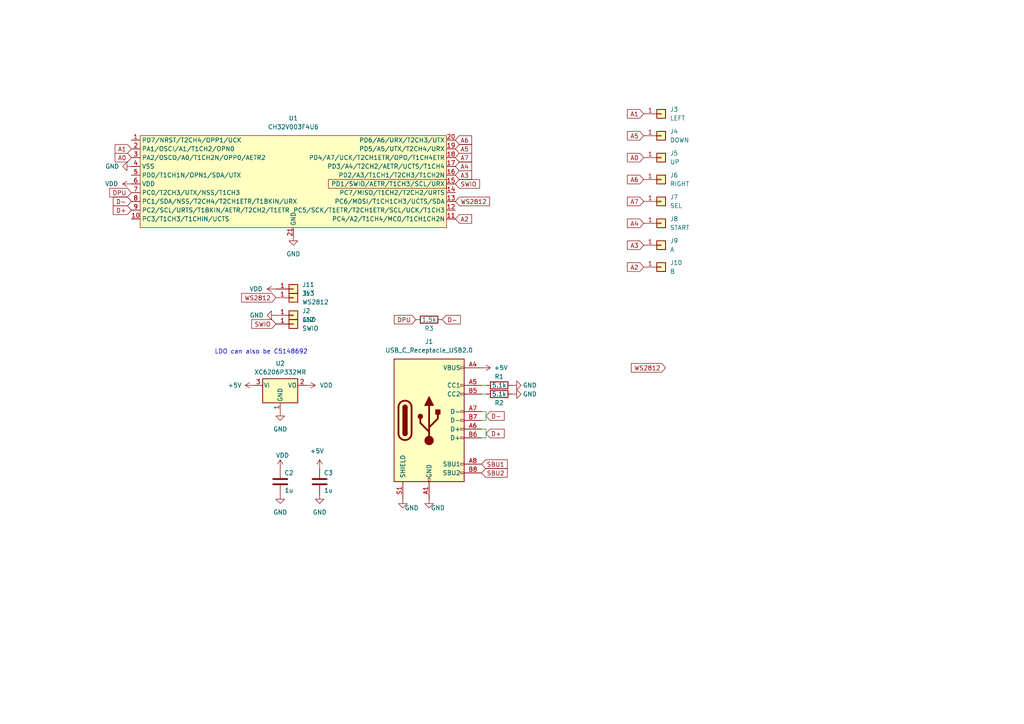
<source format=kicad_sch>
(kicad_sch (version 20231120) (generator "eeschema") (generator_version "8.0")
  (paper "A4")
  (lib_symbols
    (symbol "CH32V003F4U6:CH32V003F4U6"
      (property "Reference" "U" (at 0 0 0))
      (property "Value" "CH32V003F4U6" (at 0 3.81 0))
      (symbol "CH32V003F4U6_0_1"
        (rectangle (start -44.45 12.7) (end 44.45 -13.97) (fill (type background)))
        (rectangle (start 10.16 0) (end 44.45 -2.54) (fill (type background)))
      )
      (symbol "CH32V003F4U6_1_1"
        (pin bidirectional line (at -46.99 11.43 0) (length 2.54) (name "PD7/NRST/T2CH4/OPP1/UCK") (number "1"))
        (pin bidirectional line (at -46.99 -11.43 0) (length 2.54) (name "PC3/T1CH3/T1CHIN/UCTS") (number "10"))
        (pin bidirectional line (at 46.99 -11.43 180) (length 2.54) (name "PC4/A2/T1CH4/MCO/T1CH1CH2N") (number "11"))
        (pin bidirectional line (at 46.99 -8.89 180) (length 2.54) (name "PC5/SCK/T1ETR/T2CH1ETR/SCL/UCK/T1CH3") (number "12"))
        (pin bidirectional line (at 46.99 -6.35 180) (length 2.54) (name "PC6/MOSI/T1CH1CH3/UCTS/SDA") (number "13"))
        (pin bidirectional line (at 46.99 -3.81 180) (length 2.54) (name "PC7/MISO/T1CH2/T2CH2/URTS") (number "14"))
        (pin bidirectional line (at 46.99 -1.27 180) (length 2.54) (name "PD1/SWIO/AETR/T1CH3/SCL/URX") (number "15"))
        (pin bidirectional line (at 46.99 1.27 180) (length 2.54) (name "PD2/A3/T1CH1/T2CH3/T1CH2N") (number "16"))
        (pin bidirectional line (at 46.99 3.81 180) (length 2.54) (name "PD3/A4/T2CH2/AETR/UCTS/T1CH4") (number "17"))
        (pin bidirectional line (at 46.99 6.35 180) (length 2.54) (name "PD4/A7/UCK/T2CH1ETR/OPO/T1CH4ETR") (number "18"))
        (pin bidirectional line (at 46.99 8.89 180) (length 2.54) (name "PD5/A5/UTX/T2CH4/URX") (number "19"))
        (pin bidirectional line (at -46.99 8.89 0) (length 2.54) (name "PA1/OSCI/A1/T1CH2/OPN0") (number "2"))
        (pin bidirectional line (at 46.99 11.43 180) (length 2.54) (name "PD6/A6/URX/T2CH3/UTX") (number "20"))
        (pin bidirectional line (at 0 -16.51 90) (length 2.54) (name "GND") (number "21"))
        (pin bidirectional line (at -46.99 6.35 0) (length 2.54) (name "PA2/OSCO/A0/T1CH2N/OPP0/AETR2") (number "3"))
        (pin bidirectional line (at -46.99 3.81 0) (length 2.54) (name "VSS") (number "4"))
        (pin bidirectional line (at -46.99 1.27 0) (length 2.54) (name "PD0/T1CH1N/OPN1/SDA/UTX") (number "5"))
        (pin bidirectional line (at -46.99 -1.27 0) (length 2.54) (name "VDD") (number "6"))
        (pin bidirectional line (at -46.99 -3.81 0) (length 2.54) (name "PC0/T2CH3/UTX/NSS/T1CH3") (number "7"))
        (pin bidirectional line (at -46.99 -6.35 0) (length 2.54) (name "PC1/SDA/NSS/T2CH4/T2CH1ETR/T1BKIN/URX") (number "8"))
        (pin bidirectional line (at -46.99 -8.89 0) (length 2.54) (name "PC2/SCL/URTS/T1BKIN/AETR/T2CH2/T1ETR") (number "9"))
      )
    )
    (symbol "Connector:USB_C_Receptacle_USB2.0" (pin_names (offset 1.016))
      (property "Reference" "J" (at -10.16 19.05 0))
      (property "Value" "USB_C_Receptacle_USB2.0" (at 19.05 19.05 0))
      (symbol "USB_C_Receptacle_USB2.0_0_0"
        (rectangle (start -0.254 -17.78) (end 0.254 -16.764))
        (rectangle (start 10.16 -14.986) (end 9.144 -15.494))
        (rectangle (start 10.16 -12.446) (end 9.144 -12.954))
        (rectangle (start 10.16 -4.826) (end 9.144 -5.334))
        (rectangle (start 10.16 -2.286) (end 9.144 -2.794))
        (rectangle (start 10.16 0.254) (end 9.144 -0.254))
        (rectangle (start 10.16 2.794) (end 9.144 2.286))
        (rectangle (start 10.16 7.874) (end 9.144 7.366))
        (rectangle (start 10.16 10.414) (end 9.144 9.906))
        (rectangle (start 10.16 15.494) (end 9.144 14.986))
      )
      (symbol "USB_C_Receptacle_USB2.0_0_1"
        (rectangle (start -10.16 17.78) (end 10.16 -17.78) (stroke (width 0.254)) (fill (type background)))
        (arc (start -8.89 -3.81) (mid -6.985 -5.7067) (end -5.08 -3.81) (stroke (width 0.508)))
        (arc (start -7.62 -3.81) (mid -6.985 -4.4423) (end -6.35 -3.81) (stroke (width 0.254)))
        (arc (start -7.62 -3.81) (mid -6.985 -4.4423) (end -6.35 -3.81) (stroke (width 0.254)) (fill (type outline)))
        (rectangle (start -7.62 -3.81) (end -6.35 3.81) (stroke (width 0.254)) (fill (type outline)))
        (arc (start -6.35 3.81) (mid -6.985 4.4423) (end -7.62 3.81) (stroke (width 0.254)))
        (arc (start -6.35 3.81) (mid -6.985 4.4423) (end -7.62 3.81) (stroke (width 0.254)) (fill (type outline)))
        (arc (start -5.08 3.81) (mid -6.985 5.7067) (end -8.89 3.81) (stroke (width 0.508)))
        (circle (center -2.54 1.143) (radius 0.635) (stroke (width 0.254)) (fill (type outline)))
        (circle (center 0 -5.842) (radius 1.27) (fill (type outline)))
        (polyline (pts (xy -8.89 -3.81) (xy -8.89 3.81)) (stroke (width 0.508)))
        (polyline (pts (xy -5.08 3.81) (xy -5.08 -3.81)) (stroke (width 0.508)))
        (polyline (pts (xy 0 -5.842) (xy 0 4.318)) (stroke (width 0.508)))
        (polyline (pts (xy 0 -3.302) (xy -2.54 -0.762) (xy -2.54 0.508)) (stroke (width 0.508)))
        (polyline (pts (xy 0 -2.032) (xy 2.54 0.508) (xy 2.54 1.778)) (stroke (width 0.508)))
        (polyline (pts (xy -1.27 4.318) (xy 0 6.858) (xy 1.27 4.318) (xy -1.27 4.318)) (stroke (width 0.254)) (fill (type outline)))
        (rectangle (start 1.905 1.778) (end 3.175 3.048) (stroke (width 0.254)) (fill (type outline)))
      )
      (symbol "USB_C_Receptacle_USB2.0_1_1"
        (pin passive line (at 0 -22.86 90) (length 5.08) (name "GND") (number "A1"))
        (pin passive line (at 0 -22.86 90) (length 5.08) hide (name "GND") (number "A12"))
        (pin passive line (at 15.24 15.24 180) (length 5.08) (name "VBUS") (number "A4"))
        (pin bidirectional line (at 15.24 10.16 180) (length 5.08) (name "CC1") (number "A5"))
        (pin bidirectional line (at 15.24 -2.54 180) (length 5.08) (name "D+") (number "A6"))
        (pin bidirectional line (at 15.24 2.54 180) (length 5.08) (name "D-") (number "A7"))
        (pin bidirectional line (at 15.24 -12.7 180) (length 5.08) (name "SBU1") (number "A8"))
        (pin passive line (at 15.24 15.24 180) (length 5.08) hide (name "VBUS") (number "A9"))
        (pin passive line (at 0 -22.86 90) (length 5.08) hide (name "GND") (number "B1"))
        (pin passive line (at 0 -22.86 90) (length 5.08) hide (name "GND") (number "B12"))
        (pin passive line (at 15.24 15.24 180) (length 5.08) hide (name "VBUS") (number "B4"))
        (pin bidirectional line (at 15.24 7.62 180) (length 5.08) (name "CC2") (number "B5"))
        (pin bidirectional line (at 15.24 -5.08 180) (length 5.08) (name "D+") (number "B6"))
        (pin bidirectional line (at 15.24 0 180) (length 5.08) (name "D-") (number "B7"))
        (pin bidirectional line (at 15.24 -15.24 180) (length 5.08) (name "SBU2") (number "B8"))
        (pin passive line (at 15.24 15.24 180) (length 5.08) hide (name "VBUS") (number "B9"))
        (pin passive line (at -7.62 -22.86 90) (length 5.08) (name "SHIELD") (number "S1"))
      )
    )
    (symbol "Connector_Generic:Conn_01x01" (pin_names (offset 1.016) hide)
      (property "Reference" "J" (at 0 2.54 0))
      (property "Value" "Conn_01x01" (at 0 -2.54 0))
      (symbol "Conn_01x01_1_1"
        (rectangle (start -1.27 0.127) (end 0 -0.127) (stroke (width 0.1524)))
        (rectangle (start -1.27 1.27) (end 1.27 -1.27) (stroke (width 0.254)) (fill (type background)))
        (pin passive line (at -5.08 0 0) (length 3.81) (name "Pin_1") (number "1"))
      )
    )
    (symbol "Device:C" (pin_numbers hide) (pin_names (offset 0.254))
      (property "Reference" "C" (at 0.635 2.54 0))
      (property "Value" "C" (at 0.635 -2.54 0))
      (symbol "C_0_1"
        (polyline (pts (xy -2.032 -0.762) (xy 2.032 -0.762)) (stroke (width 0.508)))
        (polyline (pts (xy -2.032 0.762) (xy 2.032 0.762)) (stroke (width 0.508)))
      )
      (symbol "C_1_1"
        (pin passive line (at 0 3.81 270) (length 2.794) (name "~") (number "1"))
        (pin passive line (at 0 -3.81 90) (length 2.794) (name "~") (number "2"))
      )
    )
    (symbol "Device:R" (pin_numbers hide) (pin_names (offset 0))
      (property "Reference" "R" (at 2.032 0 90))
      (property "Value" "R" (at 0 0 90))
      (symbol "R_0_1"
        (rectangle (start -1.016 -2.54) (end 1.016 2.54) (stroke (width 0.254)))
      )
      (symbol "R_1_1"
        (pin passive line (at 0 3.81 270) (length 1.27) (name "~") (number "1"))
        (pin passive line (at 0 -3.81 90) (length 1.27) (name "~") (number "2"))
      )
    )
    (symbol "Regulator_Linear:AZ1084-3.3" (pin_names (offset 0.254))
      (property "Reference" "U" (at -3.81 3.175 0))
      (property "Value" "AZ1084-3.3" (at 0 3.175 0))
      (symbol "AZ1084-3.3_0_1"
        (rectangle (start -5.08 1.905) (end 5.08 -5.08) (stroke (width 0.254)) (fill (type background)))
      )
      (symbol "AZ1084-3.3_1_1"
        (pin power_in line (at 0 -7.62 90) (length 2.54) (name "GND") (number "1"))
        (pin power_out line (at 7.62 0 180) (length 2.54) (name "VO") (number "2"))
        (pin power_in line (at -7.62 0 0) (length 2.54) (name "VI") (number "3"))
      )
    )
    (symbol "power:+5V" (power) (pin_names (offset 0))
      (property "Value" "+5V" (at 0 3.556 0))
      (symbol "+5V_0_1"
        (polyline (pts (xy -0.762 1.27) (xy 0 2.54)))
        (polyline (pts (xy 0 0) (xy 0 2.54)))
        (polyline (pts (xy 0 2.54) (xy 0.762 1.27)))
      )
      (symbol "+5V_1_1"
        (pin power_in line (at 0 0 90) (length 0) hide (name "+5V") (number "1"))
      )
    )
    (symbol "power:GND" (power) (pin_names (offset 0))
      (property "Value" "GND" (at 0 -3.81 0))
      (symbol "GND_0_1"
        (polyline (pts (xy 0 0) (xy 0 -1.27) (xy 1.27 -1.27) (xy 0 -2.54) (xy -1.27 -1.27) (xy 0 -1.27)))
      )
      (symbol "GND_1_1"
        (pin power_in line (at 0 0 270) (length 0) hide (name "GND") (number "1"))
      )
    )
    (symbol "power:VDD" (power) (pin_names (offset 0))
      (property "Value" "VDD" (at 0 3.81 0))
      (symbol "VDD_0_1"
        (polyline (pts (xy -0.762 1.27) (xy 0 2.54)))
        (polyline (pts (xy 0 0) (xy 0 2.54)))
        (polyline (pts (xy 0 2.54) (xy 0.762 1.27)))
      )
      (symbol "VDD_1_1"
        (pin power_in line (at 0 0 90) (length 0) hide (name "VDD") (number "1"))
      )
    )
  )
  (wire (pts (xy 140.97 124.46) (xy 140.97 127)))
  (wire (pts (xy 140.97 124.46) (xy 139.7 124.46)))
  (wire (pts (xy 140.97 119.38) (xy 139.7 119.38)))
  (wire (pts (xy 139.7 121.92) (xy 140.97 121.92)))
  (wire (pts (xy 140.97 127) (xy 139.7 127)))
  (wire (pts (xy 139.7 114.3) (xy 140.97 114.3)))
  (wire (pts (xy 139.7 111.76) (xy 140.97 111.76)))
  (wire (pts (xy 140.97 119.38) (xy 140.97 121.92)))
  (text "LDO can also be C5148692" (at 62.23 102.87 0) (effects (font (size 1.27 1.27)) (justify left bottom)))
  (global_label "A0" (shape input) (at 186.69 45.72 180) (property "Intersheetrefs" "${INTERSHEET_REFS}" (effects (hide yes))))
  (global_label "A2" (shape input) (at 132.08 63.5 0) (property "Intersheetrefs" "${INTERSHEET_REFS}" (effects (hide yes))))
  (global_label "WS2812" (shape input) (at 132.08 58.42 0) (property "Intersheetrefs" "${INTERSHEET_REFS}" (effects (hide yes))))
  (global_label "A4" (shape input) (at 186.69 64.77 180) (property "Intersheetrefs" "${INTERSHEET_REFS}" (effects (hide yes))))
  (global_label "A0" (shape input) (at 38.1 45.72 180) (property "Intersheetrefs" "${INTERSHEET_REFS}" (effects (hide yes))))
  (global_label "D+" (shape input) (at 140.97 125.73 0) (property "Intersheetrefs" "${INTERSHEET_REFS}" (effects (hide yes))))
  (global_label "A3" (shape input) (at 186.69 71.12 180) (property "Intersheetrefs" "${INTERSHEET_REFS}" (effects (hide yes))))
  (global_label "A5" (shape input) (at 186.69 39.37 180) (property "Intersheetrefs" "${INTERSHEET_REFS}" (effects (hide yes))))
  (global_label "SWIO" (shape input) (at 80.01 93.98 180) (property "Intersheetrefs" "${INTERSHEET_REFS}" (effects (hide yes))))
  (global_label "SWIO" (shape input) (at 132.08 53.34 0) (property "Intersheetrefs" "${INTERSHEET_REFS}" (effects (hide yes))))
  (global_label "WS2812" (shape input) (at 193.04 106.68 180) (property "Intersheetrefs" "${INTERSHEET_REFS}" (effects (hide yes))))
  (global_label "DPU" (shape input) (at 38.1 55.88 180) (property "Intersheetrefs" "${INTERSHEET_REFS}" (effects (hide yes))))
  (global_label "D-" (shape input) (at 140.97 120.65 0) (property "Intersheetrefs" "${INTERSHEET_REFS}" (effects (hide yes))))
  (global_label "A3" (shape input) (at 132.08 50.8 0) (property "Intersheetrefs" "${INTERSHEET_REFS}" (effects (hide yes))))
  (global_label "DPU" (shape input) (at 120.65 92.71 180) (property "Intersheetrefs" "${INTERSHEET_REFS}" (effects (hide yes))))
  (global_label "D+" (shape input) (at 38.1 60.96 180) (property "Intersheetrefs" "${INTERSHEET_REFS}" (effects (hide yes))))
  (global_label "A2" (shape input) (at 186.69 77.47 180) (property "Intersheetrefs" "${INTERSHEET_REFS}" (effects (hide yes))))
  (global_label "A1" (shape input) (at 186.69 33.02 180) (property "Intersheetrefs" "${INTERSHEET_REFS}" (effects (hide yes))))
  (global_label "SBU2" (shape input) (at 139.7 137.16 0) (property "Intersheetrefs" "${INTERSHEET_REFS}" (effects (hide yes))))
  (global_label "A4" (shape input) (at 132.08 48.26 0) (property "Intersheetrefs" "${INTERSHEET_REFS}" (effects (hide yes))))
  (global_label "WS2812" (shape input) (at 80.01 86.36 180) (property "Intersheetrefs" "${INTERSHEET_REFS}" (effects (hide yes))))
  (global_label "D-" (shape input) (at 128.27 92.71 0) (property "Intersheetrefs" "${INTERSHEET_REFS}" (effects (hide yes))))
  (global_label "A6" (shape input) (at 132.08 40.64 0) (property "Intersheetrefs" "${INTERSHEET_REFS}" (effects (hide yes))))
  (global_label "A1" (shape input) (at 38.1 43.18 180) (property "Intersheetrefs" "${INTERSHEET_REFS}" (effects (hide yes))))
  (global_label "SBU1" (shape input) (at 139.7 134.62 0) (property "Intersheetrefs" "${INTERSHEET_REFS}" (effects (hide yes))))
  (global_label "A7" (shape input) (at 132.08 45.72 0) (property "Intersheetrefs" "${INTERSHEET_REFS}" (effects (hide yes))))
  (global_label "A6" (shape input) (at 186.69 52.07 180) (property "Intersheetrefs" "${INTERSHEET_REFS}" (effects (hide yes))))
  (global_label "A5" (shape input) (at 132.08 43.18 0) (property "Intersheetrefs" "${INTERSHEET_REFS}" (effects (hide yes))))
  (global_label "A7" (shape input) (at 186.69 58.42 180) (property "Intersheetrefs" "${INTERSHEET_REFS}" (effects (hide yes))))
  (global_label "D-" (shape input) (at 38.1 58.42 180) (property "Intersheetrefs" "${INTERSHEET_REFS}" (effects (hide yes))))
  (symbol (lib_id "Connector_Generic:Conn_01x01") (at 85.09 93.98 0) (unit 1)
    (property "Reference" "J12" (at 87.63 92.7099 0) (effects (justify left)))
    (property "Value" "SWIO" (at 87.63 95.2499 0) (effects (justify left)))
    (property "Footprint" "Connector_PinHeader_2.54mm:PinHeader_1x01_P2.54mm_Vertical" (effects (hide yes)))
    (property "Description" "Generic connector, single row, 01x01, script generated (kicad-library-utils/schlib/autogen/connector/)" (effects (hide yes)))
  )
  (symbol (lib_id "Connector_Generic:Conn_01x01") (at 85.09 86.36 0) (unit 1)
    (property "Reference" "J13" (at 87.63 85.0899 0) (effects (justify left)))
    (property "Value" "WS2812" (at 87.63 87.6299 0) (effects (justify left)))
    (property "Footprint" "Connector_PinHeader_2.54mm:PinHeader_1x01_P2.54mm_Vertical" (effects (hide yes)))
    (property "Description" "Generic connector, single row, 01x01, script generated (kicad-library-utils/schlib/autogen/connector/)" (effects (hide yes)))
  )
  (symbol (lib_id "Device:C") (at 81.28 139.7 180) (unit 1)
    (property "Reference" "C2" (at 83.82 137.16 0))
    (property "Value" "1u" (at 83.82 142.24 0))
    (property "Footprint" "Resistor_SMD:R_0402_1005Metric" (effects (hide yes)))
    (property "LCSC" "C52923" (effects (hide yes)))
  )
  (symbol (lib_id "power:GND") (at 81.28 119.38 0) (unit 1)
    (property "Reference" "#PWR012" (effects (hide yes)))
    (property "Value" "GND" (at 81.28 124.46 0))
  )
  (symbol (lib_id "power:GND") (at 116.84 144.78 0) (unit 1)
    (property "Reference" "#PWR014" (effects (hide yes)))
    (property "Value" "GND" (at 119.38 147.32 0))
  )
  (symbol (lib_id "power:+5V") (at 73.66 111.76 90) (unit 1)
    (property "Reference" "#PWR010" (effects (hide yes)))
    (property "Value" "+5V" (at 66.04 111.76 90) (effects (justify right)))
  )
  (symbol (lib_id "Device:R") (at 144.78 114.3 90) (unit 1)
    (property "Reference" "R2" (at 144.78 116.84 90))
    (property "Value" "5.1k" (at 144.78 114.3 90))
    (property "Footprint" "Resistor_SMD:R_0402_1005Metric" (effects (hide yes)))
    (property "LCSC" "C25905" (effects (hide yes)))
  )
  (symbol (lib_id "power:+5V") (at 139.7 106.68 270) (unit 1)
    (property "Reference" "#PWR018" (effects (hide yes)))
    (property "Value" "+5V" (at 147.32 106.68 90) (effects (justify right)))
  )
  (symbol (lib_id "power:VDD") (at 80.01 83.82 90) (unit 1)
    (property "Reference" "#PWR011" (effects (hide yes)))
    (property "Value" "VDD" (at 76.2 83.82 90) (effects (justify left)))
  )
  (symbol (lib_id "Connector_Generic:Conn_01x01") (at 191.77 52.07 0) (unit 1) (in_bom no)
    (property "Reference" "J6" (at 194.31 50.8 0) (effects (justify left)))
    (property "Value" "RIGHT" (at 194.31 53.34 0) (effects (justify left)))
    (property "Footprint" "usbtouch:DPAD" (effects (hide yes)))
  )
  (symbol (lib_id "Connector:USB_C_Receptacle_USB2.0") (at 124.46 121.92 0) (unit 1)
    (property "Reference" "J1" (at 124.46 99.06 0))
    (property "Value" "USB_C_Receptacle_USB2.0" (at 124.46 101.6 0))
    (property "Footprint" "cnhardware:USB_C_PADDLE" (effects (hide yes)))
    (property "Datasheet" "https://www.usb.org/sites/default/files/documents/usb_type-c.zip" (effects (hide yes)))
    (property "LCSC" "C2765186" (effects (hide yes)))
  )
  (symbol (lib_id "Connector_Generic:Conn_01x01") (at 191.77 64.77 0) (unit 1) (in_bom no)
    (property "Reference" "J8" (at 194.31 63.5 0) (effects (justify left)))
    (property "Value" "START" (at 194.31 66.04 0) (effects (justify left)))
    (property "Footprint" "usbtouch:STARTSEL" (effects (hide yes)))
  )
  (symbol (lib_id "power:+5V") (at 92.71 135.89 0) (unit 1)
    (property "Reference" "#PWR08" (effects (hide yes)))
    (property "Value" "+5V" (at 93.98 130.81 0) (effects (justify right)))
  )
  (symbol (lib_id "Connector_Generic:Conn_01x01") (at 191.77 39.37 0) (unit 1) (in_bom no)
    (property "Reference" "J4" (at 194.31 38.1 0) (effects (justify left)))
    (property "Value" "DOWN" (at 194.31 40.64 0) (effects (justify left)))
    (property "Footprint" "usbtouch:DPAD" (effects (hide yes)))
  )
  (symbol (lib_id "power:GND") (at 38.1 48.26 270) (unit 1)
    (property "Reference" "#PWR01" (effects (hide yes)))
    (property "Value" "GND" (at 30.48 48.26 90) (effects (justify left)))
  )
  (symbol (lib_id "Device:C") (at 92.71 139.7 180) (unit 1)
    (property "Reference" "C3" (at 95.25 137.16 0))
    (property "Value" "1u" (at 95.25 142.24 0))
    (property "Footprint" "Resistor_SMD:R_0402_1005Metric" (effects (hide yes)))
    (property "LCSC" "C52923" (effects (hide yes)))
  )
  (symbol (lib_id "power:VDD") (at 38.1 53.34 90) (unit 1)
    (property "Reference" "#PWR02" (effects (hide yes)))
    (property "Value" "VDD" (at 34.29 53.3399 90) (effects (justify left)))
  )
  (symbol (lib_id "Connector_Generic:Conn_01x01") (at 191.77 77.47 0) (unit 1) (in_bom no)
    (property "Reference" "J10" (at 194.31 76.2 0) (effects (justify left)))
    (property "Value" "B" (at 194.31 78.74 0) (effects (justify left)))
    (property "Footprint" "usbtouch:AB" (effects (hide yes)))
  )
  (symbol (lib_id "Connector_Generic:Conn_01x01") (at 85.09 83.82 0) (unit 1)
    (property "Reference" "J11" (at 87.63 82.5499 0) (effects (justify left)))
    (property "Value" "3v3" (at 87.63 85.0899 0) (effects (justify left)))
    (property "Footprint" "Connector_PinHeader_2.54mm:PinHeader_1x01_P2.54mm_Vertical" (effects (hide yes)))
    (property "Description" "Generic connector, single row, 01x01, script generated (kicad-library-utils/schlib/autogen/connector/)" (effects (hide yes)))
  )
  (symbol (lib_id "Connector_Generic:Conn_01x01") (at 191.77 58.42 0) (unit 1) (in_bom no)
    (property "Reference" "J7" (at 194.31 57.15 0) (effects (justify left)))
    (property "Value" "SEL" (at 194.31 59.69 0) (effects (justify left)))
    (property "Footprint" "usbtouch:STARTSEL" (effects (hide yes)))
  )
  (symbol (lib_id "Regulator_Linear:AZ1084-3.3") (at 81.28 111.76 0) (unit 1)
    (property "Reference" "U2" (at 81.28 105.41 0))
    (property "Value" "XC6206P332MR" (at 81.28 107.95 0))
    (property "Footprint" "Package_TO_SOT_SMD:SOT-23" (effects (hide yes)))
    (property "Datasheet" "https://www.diodes.com/assets/Datasheets/AZ1084.pdf" (effects (hide yes)))
    (property "LCSC" "C5446" (effects (hide yes)))
  )
  (symbol (lib_id "power:GND") (at 124.46 144.78 0) (unit 1)
    (property "Reference" "#PWR015" (effects (hide yes)))
    (property "Value" "GND" (at 127 147.32 0))
  )
  (symbol (lib_id "power:VDD") (at 81.28 135.89 0) (unit 1)
    (property "Reference" "#PWR05" (effects (hide yes)))
    (property "Value" "VDD" (at 80.01 132.08 0) (effects (justify left)))
  )
  (symbol (lib_id "CH32V003F4U6:CH32V003F4U6") (at 85.09 52.07 0) (unit 1)
    (property "Reference" "U1" (at 85.09 34.29 0))
    (property "Value" "CH32V003F4U6" (at 85.09 36.83 0))
    (property "Footprint" "Package_DFN_QFN:QFN-20-1EP_3x3mm_P0.4mm_EP1.65x1.65mm" (effects (hide yes)))
    (property "LCSC" "C5299908" (effects (hide yes)))
  )
  (symbol (lib_id "power:GND") (at 85.09 68.58 0) (unit 1)
    (property "Reference" "#PWR07" (effects (hide yes)))
    (property "Value" "GND" (at 85.09 73.66 0))
  )
  (symbol (lib_id "Connector_Generic:Conn_01x01") (at 191.77 71.12 0) (unit 1) (in_bom no)
    (property "Reference" "J9" (at 194.31 69.85 0) (effects (justify left)))
    (property "Value" "A" (at 194.31 72.39 0) (effects (justify left)))
    (property "Footprint" "usbtouch:AB" (effects (hide yes)))
  )
  (symbol (lib_id "Connector_Generic:Conn_01x01") (at 85.09 91.44 0) (unit 1)
    (property "Reference" "J2" (at 87.63 90.1699 0) (effects (justify left)))
    (property "Value" "GND" (at 87.63 92.7099 0) (effects (justify left)))
    (property "Footprint" "Connector_PinHeader_2.54mm:PinHeader_1x01_P2.54mm_Vertical" (effects (hide yes)))
    (property "Description" "Generic connector, single row, 01x01, script generated (kicad-library-utils/schlib/autogen/connector/)" (effects (hide yes)))
  )
  (symbol (lib_id "Connector_Generic:Conn_01x01") (at 191.77 33.02 0) (unit 1) (in_bom no)
    (property "Reference" "J3" (at 194.31 31.75 0) (effects (justify left)))
    (property "Value" "LEFT" (at 194.31 34.29 0) (effects (justify left)))
    (property "Footprint" "usbtouch:DPAD" (effects (hide yes)))
  )
  (symbol (lib_id "power:GND") (at 148.59 111.76 90) (unit 1)
    (property "Reference" "#PWR020" (effects (hide yes)))
    (property "Value" "GND" (at 153.67 111.76 90))
  )
  (symbol (lib_id "power:GND") (at 148.59 114.3 90) (unit 1)
    (property "Reference" "#PWR021" (effects (hide yes)))
    (property "Value" "GND" (at 153.67 114.3 90))
  )
  (symbol (lib_id "power:GND") (at 92.71 143.51 0) (unit 1)
    (property "Reference" "#PWR09" (effects (hide yes)))
    (property "Value" "GND" (at 92.71 148.59 0))
  )
  (symbol (lib_id "power:GND") (at 80.01 91.44 270) (unit 1)
    (property "Reference" "#PWR016" (effects (hide yes)))
    (property "Value" "GND" (at 72.39 91.44 90) (effects (justify left)))
  )
  (symbol (lib_id "power:GND") (at 81.28 143.51 0) (unit 1)
    (property "Reference" "#PWR06" (effects (hide yes)))
    (property "Value" "GND" (at 81.28 148.59 0))
  )
  (symbol (lib_id "Device:R") (at 144.78 111.76 90) (unit 1)
    (property "Reference" "R1" (at 144.78 109.22 90))
    (property "Value" "5.1k" (at 144.78 111.76 90))
    (property "Footprint" "Resistor_SMD:R_0402_1005Metric" (effects (hide yes)))
    (property "LCSC" "C25905" (effects (hide yes)))
  )
  (symbol (lib_id "Device:R") (at 124.46 92.71 90) (unit 1)
    (property "Reference" "R3" (at 124.46 95.25 90))
    (property "Value" "1.5k" (at 124.46 92.71 90))
    (property "Footprint" "Resistor_SMD:R_0402_1005Metric" (effects (hide yes)))
    (property "LCSC" "C25867" (effects (hide yes)))
  )
  (symbol (lib_id "power:VDD") (at 88.9 111.76 270) (unit 1)
    (property "Reference" "#PWR013" (effects (hide yes)))
    (property "Value" "VDD" (at 92.71 111.76 90) (effects (justify left)))
  )
  (symbol (lib_id "Connector_Generic:Conn_01x01") (at 191.77 45.72 0) (unit 1) (in_bom no)
    (property "Reference" "J5" (at 194.31 44.45 0) (effects (justify left)))
    (property "Value" "UP" (at 194.31 46.99 0) (effects (justify left)))
    (property "Footprint" "usbtouch:DPAD" (effects (hide yes)))
  )
)
</source>
